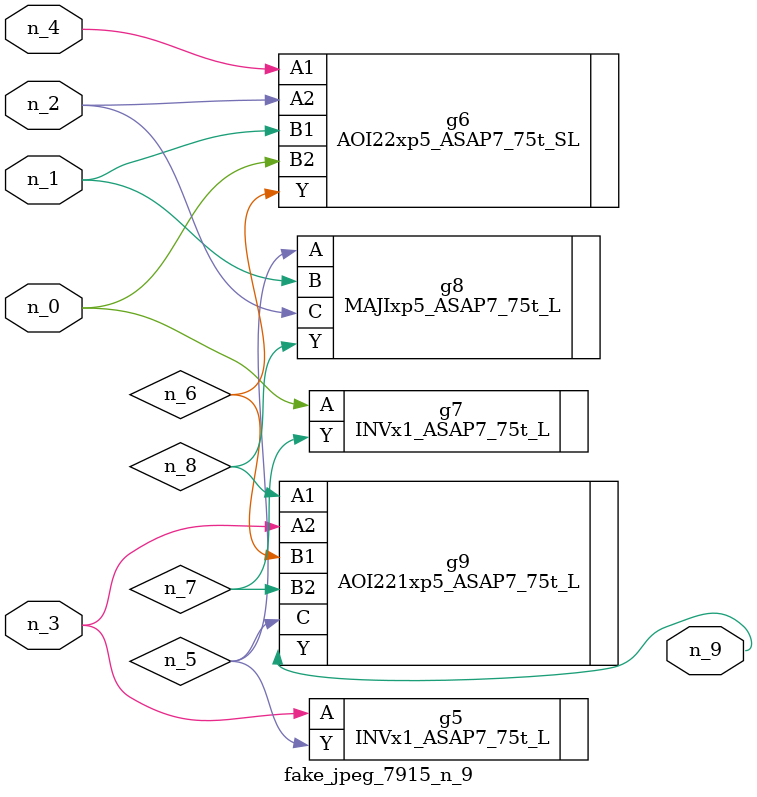
<source format=v>
module fake_jpeg_7915_n_9 (n_3, n_2, n_1, n_0, n_4, n_9);

input n_3;
input n_2;
input n_1;
input n_0;
input n_4;

output n_9;

wire n_8;
wire n_6;
wire n_5;
wire n_7;

INVx1_ASAP7_75t_L g5 ( 
.A(n_3),
.Y(n_5)
);

AOI22xp5_ASAP7_75t_SL g6 ( 
.A1(n_4),
.A2(n_2),
.B1(n_1),
.B2(n_0),
.Y(n_6)
);

INVx1_ASAP7_75t_L g7 ( 
.A(n_0),
.Y(n_7)
);

MAJIxp5_ASAP7_75t_L g8 ( 
.A(n_5),
.B(n_1),
.C(n_2),
.Y(n_8)
);

AOI221xp5_ASAP7_75t_L g9 ( 
.A1(n_8),
.A2(n_3),
.B1(n_6),
.B2(n_7),
.C(n_5),
.Y(n_9)
);


endmodule
</source>
